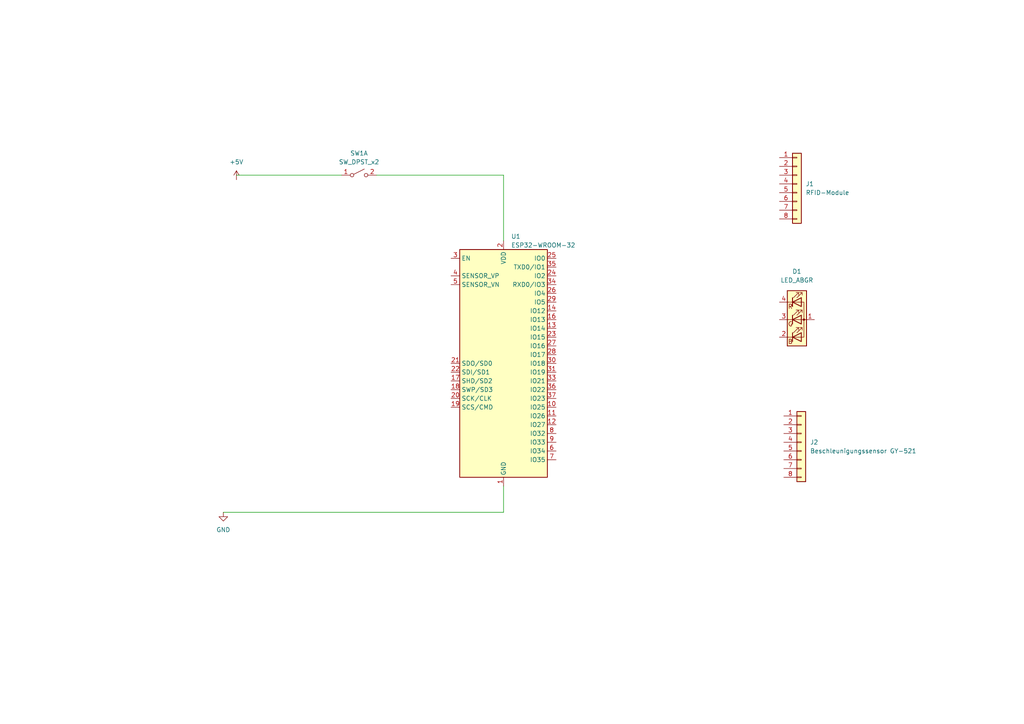
<source format=kicad_sch>
(kicad_sch (version 20231120) (generator "eeschema") (generator_version "8.0")
  (paper "A4")
  (lib_symbols
    (symbol "Conn_01x08_1" (pin_names (offset 1.016) hide)
      (property "Reference" "J2" (at 2.54 0.0001 0))
      (property "Value" "Beschleunigungssensor GY-521" (at 2.54 -2.5399 0))
      (symbol "Conn_01x08_1_1_1"
        (rectangle (start -1.27 -10.033) (end 0 -10.287) (stroke (width 0.1524)))
        (rectangle (start -1.27 -7.493) (end 0 -7.747) (stroke (width 0.1524)))
        (rectangle (start -1.27 -4.953) (end 0 -5.207) (stroke (width 0.1524)))
        (rectangle (start -1.27 -2.413) (end 0 -2.667) (stroke (width 0.1524)))
        (rectangle (start -1.27 0.127) (end 0 -0.127) (stroke (width 0.1524)))
        (rectangle (start -1.27 2.667) (end 0 2.413) (stroke (width 0.1524)))
        (rectangle (start -1.27 5.207) (end 0 4.953) (stroke (width 0.1524)))
        (rectangle (start -1.27 7.747) (end 0 7.493) (stroke (width 0.1524)))
        (rectangle (start -1.27 8.89) (end 1.27 -11.43) (stroke (width 0.254)) (fill (type background)))
        (pin passive line (at -5.08 7.62 0) (length 3.81) (name "VCC") (number "1"))
        (pin passive line (at -5.08 5.08 0) (length 3.81) (name "GND") (number "2"))
        (pin passive line (at -5.08 2.54 0) (length 3.81) (name "SCL") (number "3"))
        (pin passive line (at -5.08 0 0) (length 3.81) (name "SDA") (number "4"))
        (pin passive line (at -5.08 -2.54 0) (length 3.81) (name "XDA") (number "5"))
        (pin passive line (at -5.08 -5.08 0) (length 3.81) (name "XCL") (number "6"))
        (pin passive line (at -5.08 -7.62 0) (length 3.81) (name "ADO") (number "7"))
        (pin passive line (at -5.08 -10.16 0) (length 3.81) (name "INT") (number "8"))
      )
    )
    (symbol "Connector_Generic:Conn_01x08" (pin_names (offset 1.016) hide)
      (property "Reference" "J1" (at 2.54 0.0001 0))
      (property "Value" "RFID-Module" (at 2.54 -2.5399 0))
      (symbol "Conn_01x08_1_1"
        (rectangle (start -1.27 -10.033) (end 0 -10.287) (stroke (width 0.1524)))
        (rectangle (start -1.27 -7.493) (end 0 -7.747) (stroke (width 0.1524)))
        (rectangle (start -1.27 -4.953) (end 0 -5.207) (stroke (width 0.1524)))
        (rectangle (start -1.27 -2.413) (end 0 -2.667) (stroke (width 0.1524)))
        (rectangle (start -1.27 0.127) (end 0 -0.127) (stroke (width 0.1524)))
        (rectangle (start -1.27 2.667) (end 0 2.413) (stroke (width 0.1524)))
        (rectangle (start -1.27 5.207) (end 0 4.953) (stroke (width 0.1524)))
        (rectangle (start -1.27 7.747) (end 0 7.493) (stroke (width 0.1524)))
        (rectangle (start -1.27 8.89) (end 1.27 -11.43) (stroke (width 0.254)) (fill (type background)))
        (pin passive line (at -5.08 7.62 0) (length 3.81) (name "SDA") (number "1"))
        (pin passive line (at -5.08 5.08 0) (length 3.81) (name "SCK") (number "2"))
        (pin passive line (at -5.08 2.54 0) (length 3.81) (name "MOSI") (number "3"))
        (pin passive line (at -5.08 0 0) (length 3.81) (name "MISO") (number "4"))
        (pin passive line (at -5.08 -2.54 0) (length 3.81) (name "IRQ") (number "5"))
        (pin passive line (at -5.08 -5.08 0) (length 3.81) (name "GND") (number "6"))
        (pin passive line (at -5.08 -7.62 0) (length 3.81) (name "RST") (number "7"))
        (pin passive line (at -5.08 -10.16 0) (length 3.81) (name "3.3V") (number "8"))
      )
    )
    (symbol "Device:LED_ABGR" (pin_names (offset 0) hide)
      (property "Reference" "D" (at 0 9.398 0))
      (property "Value" "LED_ABGR" (at 0 -8.89 0))
      (symbol "LED_ABGR_0_0"
        (text "B" (at -1.905 -6.35 0) (effects (font (size 1.27 1.27))))
        (text "G" (at -1.905 -1.27 0) (effects (font (size 1.27 1.27))))
        (text "R" (at -1.905 3.81 0) (effects (font (size 1.27 1.27))))
      )
      (symbol "LED_ABGR_0_1"
        (polyline (pts (xy -1.27 -5.08) (xy -2.54 -5.08)))
        (polyline (pts (xy -1.27 -5.08) (xy 1.27 -5.08)))
        (polyline (pts (xy -1.27 -3.81) (xy -1.27 -6.35)) (stroke (width 0.254)))
        (polyline (pts (xy -1.27 0) (xy -2.54 0)))
        (polyline (pts (xy -1.27 1.27) (xy -1.27 -1.27)) (stroke (width 0.254)))
        (polyline (pts (xy -1.27 5.08) (xy -2.54 5.08)))
        (polyline (pts (xy -1.27 5.08) (xy 1.27 5.08)))
        (polyline (pts (xy -1.27 6.35) (xy -1.27 3.81)) (stroke (width 0.254)))
        (polyline (pts (xy 1.27 0) (xy -1.27 0)))
        (polyline (pts (xy 1.27 0) (xy 2.54 0)))
        (polyline (pts (xy -1.27 1.27) (xy -1.27 -1.27) (xy -1.27 -1.27)))
        (polyline (pts (xy -1.27 6.35) (xy -1.27 3.81) (xy -1.27 3.81)))
        (polyline (pts (xy 1.27 -5.08) (xy 2.032 -5.08) (xy 2.032 5.08) (xy 1.27 5.08)))
        (polyline (pts (xy 1.27 -3.81) (xy 1.27 -6.35) (xy -1.27 -5.08) (xy 1.27 -3.81)) (stroke (width 0.254)))
        (polyline (pts (xy 1.27 1.27) (xy 1.27 -1.27) (xy -1.27 0) (xy 1.27 1.27)) (stroke (width 0.254)))
        (polyline (pts (xy 1.27 6.35) (xy 1.27 3.81) (xy -1.27 5.08) (xy 1.27 6.35)) (stroke (width 0.254)))
        (polyline (pts (xy -1.016 -3.81) (xy 0.508 -2.286) (xy -0.254 -2.286) (xy 0.508 -2.286) (xy 0.508 -3.048)))
        (polyline (pts (xy -1.016 1.27) (xy 0.508 2.794) (xy -0.254 2.794) (xy 0.508 2.794) (xy 0.508 2.032)))
        (polyline (pts (xy -1.016 6.35) (xy 0.508 7.874) (xy -0.254 7.874) (xy 0.508 7.874) (xy 0.508 7.112)))
        (polyline (pts (xy 0 -3.81) (xy 1.524 -2.286) (xy 0.762 -2.286) (xy 1.524 -2.286) (xy 1.524 -3.048)))
        (polyline (pts (xy 0 1.27) (xy 1.524 2.794) (xy 0.762 2.794) (xy 1.524 2.794) (xy 1.524 2.032)))
        (polyline (pts (xy 0 6.35) (xy 1.524 7.874) (xy 0.762 7.874) (xy 1.524 7.874) (xy 1.524 7.112)))
        (rectangle (start 1.27 -1.27) (end 1.27 1.27))
        (rectangle (start 1.27 1.27) (end 1.27 1.27))
        (rectangle (start 1.27 3.81) (end 1.27 6.35))
        (rectangle (start 1.27 6.35) (end 1.27 6.35))
        (circle (center 2.032 0) (radius 0.254) (fill (type outline)))
        (rectangle (start 2.794 8.382) (end -2.794 -7.62) (stroke (width 0.254)) (fill (type background)))
      )
      (symbol "LED_ABGR_1_1"
        (pin passive line (at 5.08 0 180) (length 2.54) (name "A") (number "1"))
        (pin passive line (at -5.08 -5.08 0) (length 2.54) (name "BK") (number "2"))
        (pin passive line (at -5.08 0 0) (length 2.54) (name "GK") (number "3"))
        (pin passive line (at -5.08 5.08 0) (length 2.54) (name "RK") (number "4"))
      )
    )
    (symbol "RF_Module:ESP32-WROOM-32"
      (property "Reference" "U" (at -12.7 34.29 0))
      (property "Value" "ESP32-WROOM-32" (at 1.27 34.29 0))
      (symbol "ESP32-WROOM-32_0_1"
        (rectangle (start -12.7 33.02) (end 12.7 -33.02) (stroke (width 0.254)) (fill (type background)))
      )
      (symbol "ESP32-WROOM-32_1_1"
        (pin power_in line (at 0 -35.56 90) (length 2.54) (name "GND") (number "1"))
        (pin bidirectional line (at 15.24 -12.7 180) (length 2.54) (name "IO25") (number "10"))
        (pin bidirectional line (at 15.24 -15.24 180) (length 2.54) (name "IO26") (number "11"))
        (pin bidirectional line (at 15.24 -17.78 180) (length 2.54) (name "IO27") (number "12"))
        (pin bidirectional line (at 15.24 10.16 180) (length 2.54) (name "IO14") (number "13"))
        (pin bidirectional line (at 15.24 15.24 180) (length 2.54) (name "IO12") (number "14"))
        (pin passive line (at 0 -35.56 90) (length 2.54) hide (name "GND") (number "15"))
        (pin bidirectional line (at 15.24 12.7 180) (length 2.54) (name "IO13") (number "16"))
        (pin bidirectional line (at -15.24 -5.08 0) (length 2.54) (name "SHD/SD2") (number "17"))
        (pin bidirectional line (at -15.24 -7.62 0) (length 2.54) (name "SWP/SD3") (number "18"))
        (pin bidirectional line (at -15.24 -12.7 0) (length 2.54) (name "SCS/CMD") (number "19"))
        (pin power_in line (at 0 35.56 270) (length 2.54) (name "VDD") (number "2"))
        (pin bidirectional line (at -15.24 -10.16 0) (length 2.54) (name "SCK/CLK") (number "20"))
        (pin bidirectional line (at -15.24 0 0) (length 2.54) (name "SDO/SD0") (number "21"))
        (pin bidirectional line (at -15.24 -2.54 0) (length 2.54) (name "SDI/SD1") (number "22"))
        (pin bidirectional line (at 15.24 7.62 180) (length 2.54) (name "IO15") (number "23"))
        (pin bidirectional line (at 15.24 25.4 180) (length 2.54) (name "IO2") (number "24"))
        (pin bidirectional line (at 15.24 30.48 180) (length 2.54) (name "IO0") (number "25"))
        (pin bidirectional line (at 15.24 20.32 180) (length 2.54) (name "IO4") (number "26"))
        (pin bidirectional line (at 15.24 5.08 180) (length 2.54) (name "IO16") (number "27"))
        (pin bidirectional line (at 15.24 2.54 180) (length 2.54) (name "IO17") (number "28"))
        (pin bidirectional line (at 15.24 17.78 180) (length 2.54) (name "IO5") (number "29"))
        (pin input line (at -15.24 30.48 0) (length 2.54) (name "EN") (number "3"))
        (pin bidirectional line (at 15.24 0 180) (length 2.54) (name "IO18") (number "30"))
        (pin bidirectional line (at 15.24 -2.54 180) (length 2.54) (name "IO19") (number "31"))
        (pin no_connect line (at -12.7 -27.94 0) (length 2.54) hide (name "NC") (number "32"))
        (pin bidirectional line (at 15.24 -5.08 180) (length 2.54) (name "IO21") (number "33"))
        (pin bidirectional line (at 15.24 22.86 180) (length 2.54) (name "RXD0/IO3") (number "34"))
        (pin bidirectional line (at 15.24 27.94 180) (length 2.54) (name "TXD0/IO1") (number "35"))
        (pin bidirectional line (at 15.24 -7.62 180) (length 2.54) (name "IO22") (number "36"))
        (pin bidirectional line (at 15.24 -10.16 180) (length 2.54) (name "IO23") (number "37"))
        (pin passive line (at 0 -35.56 90) (length 2.54) hide (name "GND") (number "38"))
        (pin passive line (at 0 -35.56 90) (length 2.54) hide (name "GND") (number "39"))
        (pin input line (at -15.24 25.4 0) (length 2.54) (name "SENSOR_VP") (number "4"))
        (pin input line (at -15.24 22.86 0) (length 2.54) (name "SENSOR_VN") (number "5"))
        (pin input line (at 15.24 -25.4 180) (length 2.54) (name "IO34") (number "6"))
        (pin input line (at 15.24 -27.94 180) (length 2.54) (name "IO35") (number "7"))
        (pin bidirectional line (at 15.24 -20.32 180) (length 2.54) (name "IO32") (number "8"))
        (pin bidirectional line (at 15.24 -22.86 180) (length 2.54) (name "IO33") (number "9"))
      )
    )
    (symbol "Switch:SW_DPST_x2" (pin_names (offset 0) hide)
      (property "Reference" "SW" (at 0 3.175 0))
      (property "Value" "SW_DPST_x2" (at 0 -2.54 0))
      (symbol "SW_DPST_x2_0_0"
        (circle (center -2.032 0) (radius 0.508))
        (polyline (pts (xy -1.524 0.254) (xy 1.524 1.778)))
        (circle (center 2.032 0) (radius 0.508))
      )
      (symbol "SW_DPST_x2_1_1"
        (pin passive line (at -5.08 0 0) (length 2.54) (name "A") (number "1"))
        (pin passive line (at 5.08 0 180) (length 2.54) (name "B") (number "2"))
      )
      (symbol "SW_DPST_x2_2_1"
        (pin passive line (at -5.08 0 0) (length 2.54) (name "A") (number "3"))
        (pin passive line (at 5.08 0 180) (length 2.54) (name "B") (number "4"))
      )
    )
    (symbol "power:+5V" (power) (pin_numbers hide) (pin_names (offset 0) hide)
      (property "Value" "+5V" (at 0 3.556 0))
      (symbol "+5V_0_1"
        (polyline (pts (xy -0.762 1.27) (xy 0 2.54)))
        (polyline (pts (xy 0 0) (xy 0 2.54)))
        (polyline (pts (xy 0 2.54) (xy 0.762 1.27)))
      )
      (symbol "+5V_1_1"
        (pin power_in line (at 0 0 90) (length 0) (name "~") (number "1"))
      )
    )
    (symbol "power:GND" (power) (pin_numbers hide) (pin_names (offset 0) hide)
      (property "Value" "GND" (at 0 -3.81 0))
      (symbol "GND_0_1"
        (polyline (pts (xy 0 0) (xy 0 -1.27) (xy 1.27 -1.27) (xy 0 -2.54) (xy -1.27 -1.27) (xy 0 -1.27)))
      )
      (symbol "GND_1_1"
        (pin power_in line (at 0 0 270) (length 0) (name "~") (number "1"))
      )
    )
  )
  (wire (pts (xy 109.22 50.8) (xy 146.05 50.8)))
  (wire (pts (xy 146.05 50.8) (xy 146.05 69.85)))
  (wire (pts (xy 68.58 50.8) (xy 99.06 50.8)))
  (wire (pts (xy 64.77 148.59) (xy 146.05 148.59)))
  (wire (pts (xy 146.05 140.97) (xy 146.05 148.59)))
  (symbol (lib_id "power:+5V") (at 68.58 52.07 0) (unit 1)
    (property "Reference" "#PWR01" (effects (hide yes)))
    (property "Value" "+5V" (at 68.58 46.99 0))
    (property "Description" "Power symbol creates a global label with name \"+5V\"" (effects (hide yes)))
  )
  (symbol (lib_id "power:GND") (at 64.77 148.59 0) (unit 1)
    (property "Reference" "#PWR02" (effects (hide yes)))
    (property "Value" "GND" (at 64.77 153.67 0))
    (property "Description" "Power symbol creates a global label with name \"GND\" , ground" (effects (hide yes)))
  )
  (symbol (lib_id "Device:LED_ABGR") (at 231.14 92.71 0) (unit 1)
    (property "Reference" "D1" (at 231.14 78.74 0))
    (property "Value" "LED_ABGR" (at 231.14 81.28 0))
    (property "Description" "RGB LED, anode/blue/green/red" (effects (hide yes)))
  )
  (symbol (lib_name "Conn_01x08_1") (lib_id "Connector_Generic:Conn_01x08") (at 232.41 128.27 0) (unit 1)
    (property "Reference" "J2" (at 234.95 128.2699 0) (effects (justify left)))
    (property "Value" "Beschleunigungssensor GY-521" (at 234.95 130.8099 0) (effects (justify left)))
    (property "Description" "Generic connector, single row, 01x08, script generated (kicad-library-utils/schlib/autogen/connector/)" (effects (hide yes)))
  )
  (symbol (lib_id "Connector_Generic:Conn_01x08") (at 231.14 53.34 0) (unit 1)
    (property "Reference" "J1" (at 233.68 53.3399 0) (effects (justify left)))
    (property "Value" "RFID-Module" (at 233.68 55.8799 0) (effects (justify left)))
    (property "Description" "Generic connector, single row, 01x08, script generated (kicad-library-utils/schlib/autogen/connector/)" (effects (hide yes)))
  )
  (symbol (lib_id "RF_Module:ESP32-WROOM-32") (at 146.05 105.41 0) (unit 1)
    (property "Reference" "U1" (at 148.2441 68.58 0) (effects (justify left)))
    (property "Value" "ESP32-WROOM-32" (at 148.2441 71.12 0) (effects (justify left)))
    (property "Footprint" "RF_Module:ESP32-WROOM-32" (effects (hide yes)))
    (property "Datasheet" "https://www.espressif.com/sites/default/files/documentation/esp32-wroom-32_datasheet_en.pdf" (effects (hide yes)))
    (property "Description" "RF Module, ESP32-D0WDQ6 SoC, Wi-Fi 802.11b/g/n, Bluetooth, BLE, 32-bit, 2.7-3.6V, onboard antenna, SMD" (effects (hide yes)))
  )
  (symbol (lib_id "Switch:SW_DPST_x2") (at 104.14 50.8 0) (unit 1)
    (property "Reference" "SW1" (at 104.14 44.45 0))
    (property "Value" "SW_DPST_x2" (at 104.14 46.99 0))
    (property "Description" "Single Pole Single Throw (SPST) switch, separate symbol" (effects (hide yes)))
  )
)
</source>
